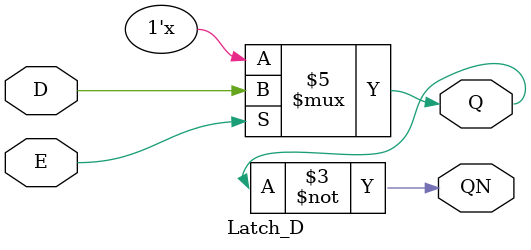
<source format=v>
/*
							**** LATCH D ****
							
		El presente código implementa el desarrollo de un latch d con 2 entradas y 2 salidas
		E = Enable, D = Datos, Salida=  Q negada QN.
		El funcionamiento es que mientras E sea 1 q recibira los valores de D, en caso contrario 
		se mantiene, en el caso de Qn se implementa asignamiento continuo para negar el valor de 
		Q.
*/

//Modulo y lista de puertos
module Latch_D(
	input E,
	input D,
	output reg Q,
	output  QN
);

	//Lista sensitiva *(todas las señales)
	always@(*) begin
		if(E == 1'b1) 
			Q = D; //Asignamiento
	end
	
	assign QN = ~Q; //Negación de Q
	
endmodule // Fin del módulo

</source>
